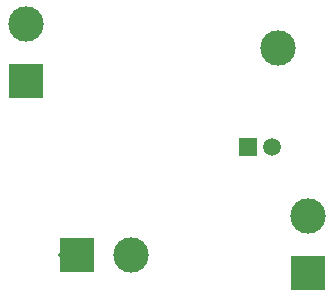
<source format=gbl>
G04 #@! TF.FileFunction,Copper,L2,Bot,Signal*
%FSLAX46Y46*%
G04 Gerber Fmt 4.6, Leading zero omitted, Abs format (unit mm)*
G04 Created by KiCad (PCBNEW 4.0.6) date Wed May 24 14:33:15 2017*
%MOMM*%
%LPD*%
G01*
G04 APERTURE LIST*
%ADD10C,0.100000*%
%ADD11R,1.500000X1.500000*%
%ADD12C,1.500000*%
%ADD13C,3.000000*%
%ADD14R,3.000000X3.000000*%
%ADD15C,0.500000*%
G04 APERTURE END LIST*
D10*
D11*
X148114000Y-66294000D03*
D12*
X150114000Y-66294000D03*
D13*
X129286000Y-55880000D03*
X138176000Y-75438000D03*
X150622000Y-57912000D03*
X153162000Y-72136000D03*
D14*
X129286000Y-60706000D03*
X133604000Y-75438000D03*
X153162000Y-76962000D03*
D15*
X132254000Y-75438000D02*
X133604000Y-75438000D01*
M02*

</source>
